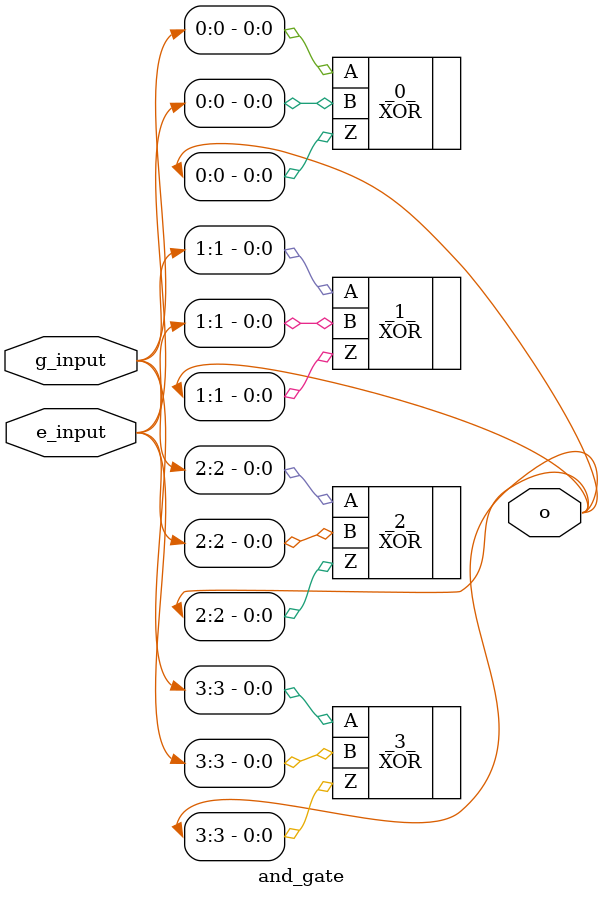
<source format=v>
/* Generated by Yosys 0.7 (git sha1 61f6811, gcc 6.2.0-11ubuntu1 -O2 -fdebug-prefix-map=/build/yosys-OIL3SR/yosys-0.7=. -fstack-protector-strong -fPIC -Os) */

module and_gate(g_input, e_input, o);
  input [3:0] e_input;
  input [3:0] g_input;
  output [3:0] o;
  XOR _0_ (
    .A(g_input[0]),
    .B(e_input[0]),
    .Z(o[0])
  );
  XOR _1_ (
    .A(g_input[1]),
    .B(e_input[1]),
    .Z(o[1])
  );
  XOR _2_ (
    .A(g_input[2]),
    .B(e_input[2]),
    .Z(o[2])
  );
  XOR _3_ (
    .A(g_input[3]),
    .B(e_input[3]),
    .Z(o[3])
  );
endmodule

</source>
